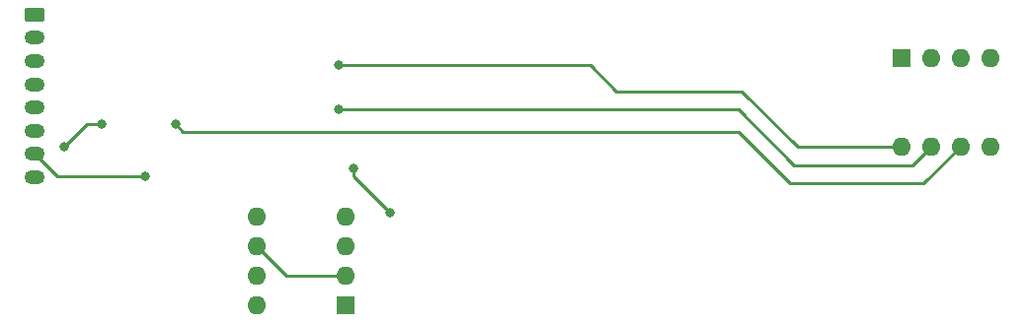
<source format=gbl>
G04 #@! TF.GenerationSoftware,KiCad,Pcbnew,(6.0.2)*
G04 #@! TF.CreationDate,2022-03-10T22:37:30+00:00*
G04 #@! TF.ProjectId,EncoderCMOS,456e636f-6465-4724-934d-4f532e6b6963,rev?*
G04 #@! TF.SameCoordinates,Original*
G04 #@! TF.FileFunction,Copper,L2,Bot*
G04 #@! TF.FilePolarity,Positive*
%FSLAX46Y46*%
G04 Gerber Fmt 4.6, Leading zero omitted, Abs format (unit mm)*
G04 Created by KiCad (PCBNEW (6.0.2)) date 2022-03-10 22:37:30*
%MOMM*%
%LPD*%
G01*
G04 APERTURE LIST*
G04 Aperture macros list*
%AMRoundRect*
0 Rectangle with rounded corners*
0 $1 Rounding radius*
0 $2 $3 $4 $5 $6 $7 $8 $9 X,Y pos of 4 corners*
0 Add a 4 corners polygon primitive as box body*
4,1,4,$2,$3,$4,$5,$6,$7,$8,$9,$2,$3,0*
0 Add four circle primitives for the rounded corners*
1,1,$1+$1,$2,$3*
1,1,$1+$1,$4,$5*
1,1,$1+$1,$6,$7*
1,1,$1+$1,$8,$9*
0 Add four rect primitives between the rounded corners*
20,1,$1+$1,$2,$3,$4,$5,0*
20,1,$1+$1,$4,$5,$6,$7,0*
20,1,$1+$1,$6,$7,$8,$9,0*
20,1,$1+$1,$8,$9,$2,$3,0*%
G04 Aperture macros list end*
G04 #@! TA.AperFunction,ComponentPad*
%ADD10R,1.600000X1.600000*%
G04 #@! TD*
G04 #@! TA.AperFunction,ComponentPad*
%ADD11O,1.600000X1.600000*%
G04 #@! TD*
G04 #@! TA.AperFunction,ComponentPad*
%ADD12RoundRect,0.250000X-0.625000X0.350000X-0.625000X-0.350000X0.625000X-0.350000X0.625000X0.350000X0*%
G04 #@! TD*
G04 #@! TA.AperFunction,ComponentPad*
%ADD13O,1.750000X1.200000*%
G04 #@! TD*
G04 #@! TA.AperFunction,ViaPad*
%ADD14C,0.800000*%
G04 #@! TD*
G04 #@! TA.AperFunction,Conductor*
%ADD15C,0.250000*%
G04 #@! TD*
G04 APERTURE END LIST*
D10*
X98943000Y-22958500D03*
D11*
X101483000Y-22958500D03*
X104023000Y-22958500D03*
X106563000Y-22958500D03*
X106563000Y-30578500D03*
X104023000Y-30578500D03*
X101483000Y-30578500D03*
X98943000Y-30578500D03*
D12*
X24638000Y-19203500D03*
D13*
X24638000Y-21203500D03*
X24638000Y-23203500D03*
X24638000Y-25203500D03*
X24638000Y-27203500D03*
X24638000Y-29203500D03*
X24638000Y-31203500D03*
X24638000Y-33203500D03*
D10*
X51298000Y-44186000D03*
D11*
X51298000Y-41646000D03*
X51298000Y-39106000D03*
X51298000Y-36566000D03*
X43678000Y-36566000D03*
X43678000Y-39106000D03*
X43678000Y-41646000D03*
X43678000Y-44186000D03*
D14*
X50673000Y-27393500D03*
X50673000Y-23583500D03*
X51943000Y-32473500D03*
X55118000Y-36283500D03*
X27178000Y-30568500D03*
X30353000Y-28663500D03*
X34148000Y-33123500D03*
X36703000Y-28663500D03*
D15*
X85280500Y-25806000D02*
X74485500Y-25806000D01*
X72263000Y-23583500D02*
X74485500Y-25806000D01*
X98943000Y-30578500D02*
X90053000Y-30578500D01*
X90053000Y-30578500D02*
X85280500Y-25806000D01*
X100858000Y-33743500D02*
X104023000Y-30578500D01*
X89408000Y-33743500D02*
X100858000Y-33743500D01*
X84963000Y-29298500D02*
X89408000Y-33743500D01*
X37338000Y-29298500D02*
X84963000Y-29298500D01*
X99905500Y-32156000D02*
X89725500Y-32156000D01*
X101483000Y-30578500D02*
X99905500Y-32156000D01*
X84963000Y-27393500D02*
X89725500Y-32156000D01*
X50673000Y-27393500D02*
X84963000Y-27393500D01*
X72263000Y-23583500D02*
X50673000Y-23583500D01*
X36703000Y-28663500D02*
X37338000Y-29298500D01*
X55118000Y-36283500D02*
X51943000Y-33108500D01*
X51943000Y-33108500D02*
X51943000Y-32473500D01*
X29083000Y-28663500D02*
X30353000Y-28663500D01*
X27178000Y-30568500D02*
X29083000Y-28663500D01*
X26558000Y-33123500D02*
X34148000Y-33123500D01*
X24638000Y-31203500D02*
X26558000Y-33123500D01*
X46218000Y-41646000D02*
X43678000Y-39106000D01*
X51298000Y-41646000D02*
X46218000Y-41646000D01*
M02*

</source>
